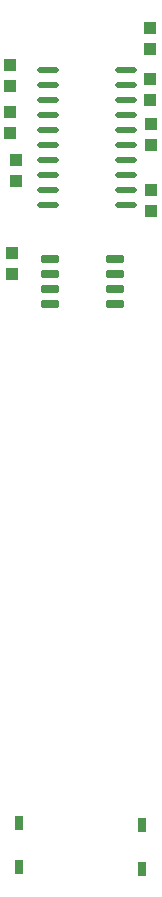
<source format=gtp>
G04 Layer_Color=8421504*
%FSLAX25Y25*%
%MOIN*%
G70*
G01*
G75*
%ADD10O,0.07283X0.02165*%
%ADD11R,0.02756X0.04724*%
G04:AMPARAMS|DCode=12|XSize=23.62mil|YSize=57.09mil|CornerRadius=2.01mil|HoleSize=0mil|Usage=FLASHONLY|Rotation=90.000|XOffset=0mil|YOffset=0mil|HoleType=Round|Shape=RoundedRectangle|*
%AMROUNDEDRECTD12*
21,1,0.02362,0.05307,0,0,90.0*
21,1,0.01961,0.05709,0,0,90.0*
1,1,0.00402,0.02653,0.00980*
1,1,0.00402,0.02653,-0.00980*
1,1,0.00402,-0.02653,-0.00980*
1,1,0.00402,-0.02653,0.00980*
%
%ADD12ROUNDEDRECTD12*%
%ADD13R,0.04331X0.04331*%
D10*
X16500Y288000D02*
D03*
Y283000D02*
D03*
Y278000D02*
D03*
Y273000D02*
D03*
Y268000D02*
D03*
Y263000D02*
D03*
Y258000D02*
D03*
Y253000D02*
D03*
Y248000D02*
D03*
Y243000D02*
D03*
X42500Y288000D02*
D03*
Y283000D02*
D03*
Y278000D02*
D03*
Y273000D02*
D03*
Y268000D02*
D03*
Y263000D02*
D03*
Y258000D02*
D03*
Y253000D02*
D03*
Y248000D02*
D03*
Y243000D02*
D03*
D11*
X7000Y22217D02*
D03*
Y36783D02*
D03*
X48000Y36283D02*
D03*
Y21716D02*
D03*
D12*
X38728Y210000D02*
D03*
Y215000D02*
D03*
Y220000D02*
D03*
Y225000D02*
D03*
X17272Y210000D02*
D03*
Y215000D02*
D03*
Y220000D02*
D03*
Y225000D02*
D03*
D13*
X4500Y227043D02*
D03*
Y219957D02*
D03*
X6000Y250957D02*
D03*
Y258043D02*
D03*
X51000Y248043D02*
D03*
Y240957D02*
D03*
X4000Y274043D02*
D03*
Y266957D02*
D03*
Y289543D02*
D03*
Y282457D02*
D03*
X51000Y262957D02*
D03*
Y270043D02*
D03*
X50500Y294957D02*
D03*
Y302043D02*
D03*
X50500Y277957D02*
D03*
Y285043D02*
D03*
M02*

</source>
